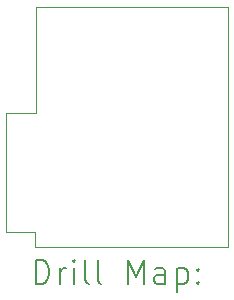
<source format=gbr>
%TF.GenerationSoftware,KiCad,Pcbnew,(6.0.7)*%
%TF.CreationDate,2023-04-20T23:19:42+02:00*%
%TF.ProjectId,gosund-esp-adapter,676f7375-6e64-42d6-9573-702d61646170,rev?*%
%TF.SameCoordinates,Original*%
%TF.FileFunction,Drillmap*%
%TF.FilePolarity,Positive*%
%FSLAX45Y45*%
G04 Gerber Fmt 4.5, Leading zero omitted, Abs format (unit mm)*
G04 Created by KiCad (PCBNEW (6.0.7)) date 2023-04-20 23:19:42*
%MOMM*%
%LPD*%
G01*
G04 APERTURE LIST*
%ADD10C,0.100000*%
%ADD11C,0.200000*%
G04 APERTURE END LIST*
D10*
X14084300Y-9677400D02*
X15717520Y-9677400D01*
X14097000Y-7650480D02*
X14097000Y-8549000D01*
X13843000Y-8549000D02*
X13843000Y-9550400D01*
X14084300Y-9550400D02*
X13843000Y-9550400D01*
X15717520Y-9677400D02*
X15717520Y-7650480D01*
X15717520Y-7650480D02*
X14097000Y-7650480D01*
X13843000Y-8549000D02*
X14097000Y-8549000D01*
X14084300Y-9550400D02*
X14084300Y-9677400D01*
D11*
X14095619Y-9992876D02*
X14095619Y-9792876D01*
X14143238Y-9792876D01*
X14171809Y-9802400D01*
X14190857Y-9821448D01*
X14200381Y-9840495D01*
X14209905Y-9878590D01*
X14209905Y-9907162D01*
X14200381Y-9945257D01*
X14190857Y-9964305D01*
X14171809Y-9983352D01*
X14143238Y-9992876D01*
X14095619Y-9992876D01*
X14295619Y-9992876D02*
X14295619Y-9859543D01*
X14295619Y-9897638D02*
X14305143Y-9878590D01*
X14314667Y-9869067D01*
X14333714Y-9859543D01*
X14352762Y-9859543D01*
X14419428Y-9992876D02*
X14419428Y-9859543D01*
X14419428Y-9792876D02*
X14409905Y-9802400D01*
X14419428Y-9811924D01*
X14428952Y-9802400D01*
X14419428Y-9792876D01*
X14419428Y-9811924D01*
X14543238Y-9992876D02*
X14524190Y-9983352D01*
X14514667Y-9964305D01*
X14514667Y-9792876D01*
X14648000Y-9992876D02*
X14628952Y-9983352D01*
X14619428Y-9964305D01*
X14619428Y-9792876D01*
X14876571Y-9992876D02*
X14876571Y-9792876D01*
X14943238Y-9935733D01*
X15009905Y-9792876D01*
X15009905Y-9992876D01*
X15190857Y-9992876D02*
X15190857Y-9888114D01*
X15181333Y-9869067D01*
X15162286Y-9859543D01*
X15124190Y-9859543D01*
X15105143Y-9869067D01*
X15190857Y-9983352D02*
X15171809Y-9992876D01*
X15124190Y-9992876D01*
X15105143Y-9983352D01*
X15095619Y-9964305D01*
X15095619Y-9945257D01*
X15105143Y-9926210D01*
X15124190Y-9916686D01*
X15171809Y-9916686D01*
X15190857Y-9907162D01*
X15286095Y-9859543D02*
X15286095Y-10059543D01*
X15286095Y-9869067D02*
X15305143Y-9859543D01*
X15343238Y-9859543D01*
X15362286Y-9869067D01*
X15371809Y-9878590D01*
X15381333Y-9897638D01*
X15381333Y-9954781D01*
X15371809Y-9973829D01*
X15362286Y-9983352D01*
X15343238Y-9992876D01*
X15305143Y-9992876D01*
X15286095Y-9983352D01*
X15467048Y-9973829D02*
X15476571Y-9983352D01*
X15467048Y-9992876D01*
X15457524Y-9983352D01*
X15467048Y-9973829D01*
X15467048Y-9992876D01*
X15467048Y-9869067D02*
X15476571Y-9878590D01*
X15467048Y-9888114D01*
X15457524Y-9878590D01*
X15467048Y-9869067D01*
X15467048Y-9888114D01*
M02*

</source>
